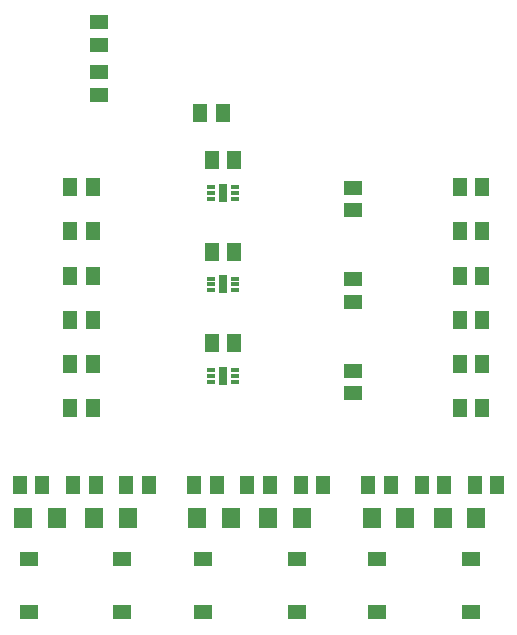
<source format=gtp>
G04 EAGLE Gerber RS-274X export*
G75*
%MOMM*%
%FSLAX34Y34*%
%LPD*%
%INSolderpaste Top*%
%IPPOS*%
%AMOC8*
5,1,8,0,0,1.08239X$1,22.5*%
G01*
%ADD10R,1.300000X1.500000*%
%ADD11R,1.500000X1.300000*%
%ADD12R,1.600000X1.803000*%
%ADD13R,1.550000X1.300000*%
%ADD14R,0.660700X0.320000*%
%ADD15R,0.650000X1.650000*%


D10*
X300500Y380000D03*
X319500Y380000D03*
D11*
X205000Y555500D03*
X205000Y574500D03*
D10*
X300500Y457500D03*
X319500Y457500D03*
X300500Y302500D03*
X319500Y302500D03*
D11*
X420000Y279500D03*
X420000Y260500D03*
X420000Y357000D03*
X420000Y338000D03*
X420000Y434500D03*
X420000Y415500D03*
D12*
X140780Y155000D03*
X169220Y155000D03*
X288280Y155000D03*
X316720Y155000D03*
X435780Y155000D03*
X464220Y155000D03*
X229220Y155000D03*
X200780Y155000D03*
X376720Y155000D03*
X348280Y155000D03*
X524220Y155000D03*
X495780Y155000D03*
D11*
X205000Y513000D03*
X205000Y532000D03*
D10*
X510500Y247500D03*
X529500Y247500D03*
X510500Y360000D03*
X529500Y360000D03*
X510500Y322500D03*
X529500Y322500D03*
X510500Y435000D03*
X529500Y435000D03*
X510500Y397500D03*
X529500Y397500D03*
X349500Y182500D03*
X330500Y182500D03*
X452000Y182500D03*
X433000Y182500D03*
X497000Y183000D03*
X478000Y183000D03*
X228000Y182500D03*
X247000Y182500D03*
X375500Y182500D03*
X394500Y182500D03*
X309500Y497500D03*
X290500Y497500D03*
X523000Y182500D03*
X542000Y182500D03*
X199500Y285000D03*
X180500Y285000D03*
X199500Y360000D03*
X180500Y360000D03*
X199500Y435000D03*
X180500Y435000D03*
X180500Y247500D03*
X199500Y247500D03*
X180500Y322500D03*
X199500Y322500D03*
X180500Y397500D03*
X199500Y397500D03*
X157000Y182500D03*
X138000Y182500D03*
X202000Y182500D03*
X183000Y182500D03*
X304500Y182500D03*
X285500Y182500D03*
X510500Y285000D03*
X529500Y285000D03*
D13*
X145250Y120000D03*
X145250Y75000D03*
X224750Y120000D03*
X224750Y75000D03*
X292750Y120000D03*
X292750Y75000D03*
X372250Y120000D03*
X372250Y75000D03*
X440250Y120000D03*
X440250Y75000D03*
X519750Y120000D03*
X519750Y75000D03*
D14*
X320256Y270000D03*
X320256Y275000D03*
X320256Y280000D03*
X299744Y280000D03*
X299744Y275000D03*
X299744Y270000D03*
D15*
X310000Y275000D03*
D14*
X320256Y347500D03*
X320256Y352500D03*
X320256Y357500D03*
X299744Y357500D03*
X299744Y352500D03*
X299744Y347500D03*
D15*
X310000Y352500D03*
D14*
X320256Y425000D03*
X320256Y430000D03*
X320256Y435000D03*
X299744Y435000D03*
X299744Y430000D03*
X299744Y425000D03*
D15*
X310000Y430000D03*
M02*

</source>
